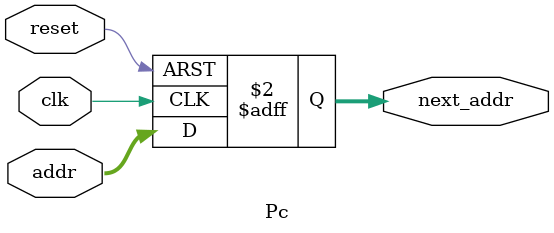
<source format=v>
module Pc (
    input wire [31:0] addr,         // 32-bit address input (current address)
    input wire clk,                 // Clock signal
    input wire reset,               // Reset signal to set PC to 0
    output reg [31:0] next_addr     // 32-bit next address output (incremented address)
);

    always @(posedge clk or posedge reset) begin
        if (reset) begin
            next_addr <= 0;     // Reset the PC to 0
        end else begin
            next_addr <= addr;  
        end
    end

endmodule
</source>
